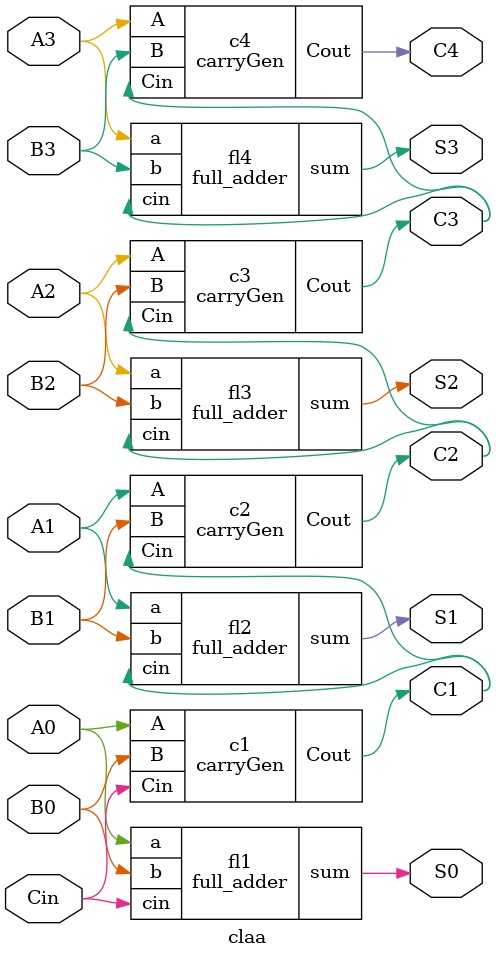
<source format=v>
module full_adder (
    input a,b,cin,
    output sum,cout
);
    wire axb;
    
    xor g1(axb,a,b);
    xor g2(sum,axb,cin);

    // and g3(l,a,b);
    // and g4(m,axb,cin);
    // or g5(cout,l,m);
endmodule

module carryGen (
    input A,B,Cin,
    output Cout
);
    wire G,P,l;

    and cg1(G,A,B);
    xor cg2(P,A,B);
    and cg3(l,P,Cin);
    or cg4(Cout,G,l);
endmodule

module claa (
    input A3,A2,A1,A0,B3,B2,B1,B0,Cin,
    output S3,S2,S1,S0,C4,C3,C2,C1
);
    carryGen c1(
        .A(A0),.B(B0),.Cin(Cin),.Cout(C1)
    );
    carryGen c2(
        .A(A1),.B(B1),.Cin(C1),.Cout(C2)
    );
    carryGen c3(
        .A(A2),.B(B2),.Cin(C2),.Cout(C3)
    );
    carryGen c4(
        .A(A3),.B(B3),.Cin(C3),.Cout(C4)
    );
    
    full_adder fl1(
        .a(A0),.b(B0),.cin(Cin),.sum(S0)
    );
    full_adder fl2(
        .a(A1),.b(B1),.cin(C1),.sum(S1)
    );
    full_adder fl3(
        .a(A2),.b(B2),.cin(C2),.sum(S2)
    );
    full_adder fl4(
        .a(A3),.b(B3),.cin(C3),.sum(S3)
    );
endmodule
</source>
